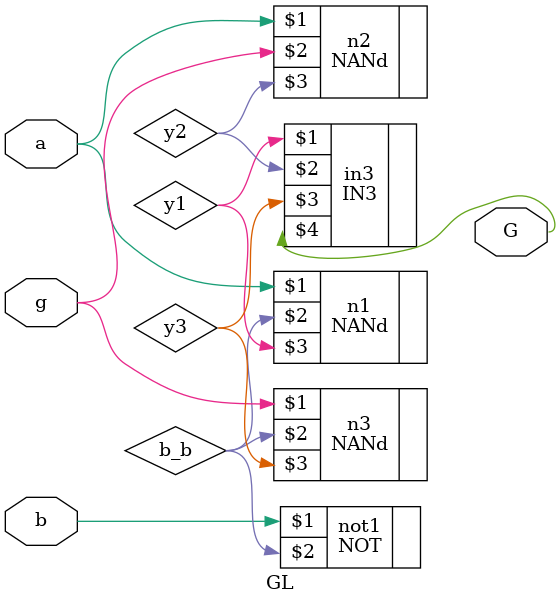
<source format=sv>
`include "3IN.sv"
`include "xnor.sv"
module GL(input g, a, b, output G);
    wire b_b, y1, y2, y3;
    NOT not1(b, b_b);
    NANd n1(a, b_b, y1), n2(a, g, y2), n3(g, b_b, y3);
    IN3 in3(y1, y2, y3, G);
endmodule

</source>
